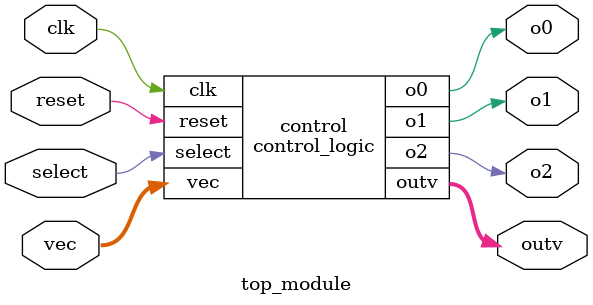
<source format=v>

module binary_splitter (
    input [2:0] vec,
    output [2:0] outv,
    output wire o2,
    output wire o1,
    output wire o0
);

assign {o2, o1, o0} = vec;
assign outv = vec;

endmodule

module binary_counter (
    input clk,
    input reset,
    output reg [3:0] q
);

always @(posedge clk) begin
    if (reset) begin
        q <= 4'b0000;
    end else begin
        q <= q + 1;
    end
end

endmodule

module control_logic (
    input select,
    input [2:0] vec,
    input clk,
    input reset,
    output [2:0] outv,
    output wire o2,
    output wire o1,
    output wire o0
);

wire [2:0] splitter_outv;
wire splitter_o2;
wire splitter_o1;
wire splitter_o0;
wire [3:0] counter_q;

binary_splitter splitter(.vec(vec), .outv(splitter_outv), .o2(splitter_o2), .o1(splitter_o1), .o0(splitter_o0));
binary_counter counter(.clk(clk), .reset(reset), .q(counter_q));

assign outv = select ? splitter_outv : 3'b000;
assign o2 = select ? splitter_o2 : 1'b0;
assign o1 = select ? splitter_o1 : 1'b0;
assign o0 = select ? splitter_o0 : 1'b0;

endmodule

module top_module ( 
    input clk,
    input reset,
    input select,
    input [2:0] vec,
    output [2:0] outv,
    output wire o2,
    output wire o1,
    output wire o0
);

control_logic control(.select(select), .vec(vec), .clk(clk), .reset(reset), .outv(outv), .o2(o2), .o1(o1), .o0(o0));

endmodule

</source>
